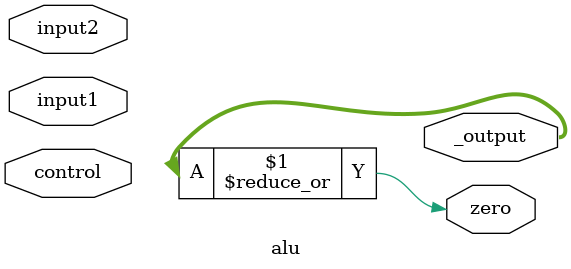
<source format=v>
module alu(
    input [7:0] input1,
    input [7:0] input2,
    input [3:0] control,
    output reg [7:0] _output,
    output reg zero
);

    

    assign zero = |_output;
    
endmodule
</source>
